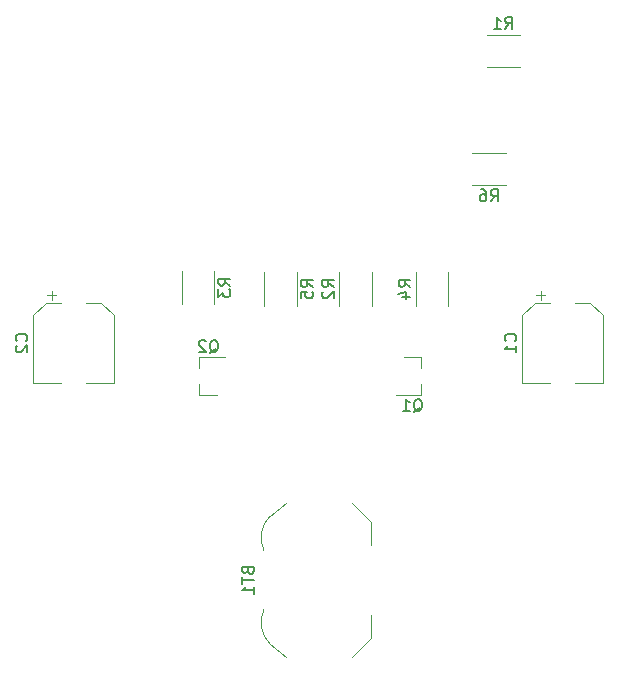
<source format=gbr>
G04 #@! TF.GenerationSoftware,KiCad,Pcbnew,(6.0.0-rc1-dev-1198-gf6cdcc1db)*
G04 #@! TF.CreationDate,2018-11-21T14:47:26-05:00*
G04 #@! TF.ProjectId,recurse-logo,72656375-7273-4652-9d6c-6f676f2e6b69,rev?*
G04 #@! TF.SameCoordinates,Original*
G04 #@! TF.FileFunction,Legend,Bot*
G04 #@! TF.FilePolarity,Positive*
%FSLAX46Y46*%
G04 Gerber Fmt 4.6, Leading zero omitted, Abs format (unit mm)*
G04 Created by KiCad (PCBNEW (6.0.0-rc1-dev-1198-gf6cdcc1db)) date Wednesday, November 21, 2018 at 02:47:26 PM*
%MOMM*%
%LPD*%
G01*
G04 APERTURE LIST*
%ADD10C,0.100000*%
%ADD11C,0.120000*%
%ADD12C,0.150000*%
G04 APERTURE END LIST*
D10*
G04 #@! TO.C,BT1*
X39597000Y-67774000D02*
X38247000Y-68924000D01*
X39597000Y-80874000D02*
X38247000Y-79724000D01*
X46847000Y-79224000D02*
X46847000Y-77324000D01*
X46847000Y-69424000D02*
X46847000Y-71324000D01*
X46847000Y-69424000D02*
X45197000Y-67774000D01*
X45197000Y-80874000D02*
X46847000Y-79224000D01*
X37750542Y-71822306D02*
G75*
G02X38247000Y-68924000I2296458J1098306D01*
G01*
X37749393Y-76828098D02*
G75*
G03X38247000Y-79724000I2297607J-1095902D01*
G01*
D11*
G04 #@! TO.C,C1*
X66431000Y-57668000D02*
X64081000Y-57668000D01*
X59611000Y-57668000D02*
X61961000Y-57668000D01*
X59611000Y-51912437D02*
X59611000Y-57668000D01*
X66431000Y-51912437D02*
X66431000Y-57668000D01*
X65366563Y-50848000D02*
X64081000Y-50848000D01*
X60675437Y-50848000D02*
X61961000Y-50848000D01*
X60675437Y-50848000D02*
X59611000Y-51912437D01*
X65366563Y-50848000D02*
X66431000Y-51912437D01*
X61173500Y-49820500D02*
X61173500Y-50608000D01*
X60779750Y-50214250D02*
X61567250Y-50214250D01*
G04 #@! TO.C,C2*
X25029000Y-57668000D02*
X22679000Y-57668000D01*
X18209000Y-57668000D02*
X20559000Y-57668000D01*
X18209000Y-51912437D02*
X18209000Y-57668000D01*
X25029000Y-51912437D02*
X25029000Y-57668000D01*
X23964563Y-50848000D02*
X22679000Y-50848000D01*
X19273437Y-50848000D02*
X20559000Y-50848000D01*
X19273437Y-50848000D02*
X18209000Y-51912437D01*
X23964563Y-50848000D02*
X25029000Y-51912437D01*
X19771500Y-49820500D02*
X19771500Y-50608000D01*
X19377750Y-50214250D02*
X20165250Y-50214250D01*
G04 #@! TO.C,Q2*
X32289000Y-58632000D02*
X32289000Y-57702000D01*
X32289000Y-55472000D02*
X32289000Y-56402000D01*
X32289000Y-55472000D02*
X34449000Y-55472000D01*
X32289000Y-58632000D02*
X33749000Y-58632000D01*
G04 #@! TO.C,Q1*
X51081000Y-55472000D02*
X49621000Y-55472000D01*
X51081000Y-58632000D02*
X48921000Y-58632000D01*
X51081000Y-58632000D02*
X51081000Y-57702000D01*
X51081000Y-55472000D02*
X51081000Y-56402000D01*
G04 #@! TO.C,R1*
X59402064Y-30860000D02*
X56597936Y-30860000D01*
X59402064Y-28140000D02*
X56597936Y-28140000D01*
G04 #@! TO.C,R2*
X44135000Y-48283936D02*
X44135000Y-51088064D01*
X46855000Y-48283936D02*
X46855000Y-51088064D01*
G04 #@! TO.C,R3*
X30800000Y-50961064D02*
X30800000Y-48156936D01*
X33520000Y-50961064D02*
X33520000Y-48156936D01*
G04 #@! TO.C,R4*
X50612000Y-48283936D02*
X50612000Y-51088064D01*
X53332000Y-48283936D02*
X53332000Y-51088064D01*
G04 #@! TO.C,R5*
X37785000Y-51088064D02*
X37785000Y-48283936D01*
X40505000Y-51088064D02*
X40505000Y-48283936D01*
G04 #@! TO.C,R6*
X55395936Y-40886000D02*
X58200064Y-40886000D01*
X55395936Y-38166000D02*
X58200064Y-38166000D01*
G04 #@! TO.C,BT1*
D12*
X36375571Y-73538285D02*
X36423190Y-73681142D01*
X36470809Y-73728761D01*
X36566047Y-73776380D01*
X36708904Y-73776380D01*
X36804142Y-73728761D01*
X36851761Y-73681142D01*
X36899380Y-73585904D01*
X36899380Y-73204952D01*
X35899380Y-73204952D01*
X35899380Y-73538285D01*
X35947000Y-73633523D01*
X35994619Y-73681142D01*
X36089857Y-73728761D01*
X36185095Y-73728761D01*
X36280333Y-73681142D01*
X36327952Y-73633523D01*
X36375571Y-73538285D01*
X36375571Y-73204952D01*
X35899380Y-74062095D02*
X35899380Y-74633523D01*
X36899380Y-74347809D02*
X35899380Y-74347809D01*
X36899380Y-75490666D02*
X36899380Y-74919238D01*
X36899380Y-75204952D02*
X35899380Y-75204952D01*
X36042238Y-75109714D01*
X36137476Y-75014476D01*
X36185095Y-74919238D01*
G04 #@! TO.C,C1*
X59028142Y-54091333D02*
X59075761Y-54043714D01*
X59123380Y-53900857D01*
X59123380Y-53805619D01*
X59075761Y-53662761D01*
X58980523Y-53567523D01*
X58885285Y-53519904D01*
X58694809Y-53472285D01*
X58551952Y-53472285D01*
X58361476Y-53519904D01*
X58266238Y-53567523D01*
X58171000Y-53662761D01*
X58123380Y-53805619D01*
X58123380Y-53900857D01*
X58171000Y-54043714D01*
X58218619Y-54091333D01*
X59123380Y-55043714D02*
X59123380Y-54472285D01*
X59123380Y-54758000D02*
X58123380Y-54758000D01*
X58266238Y-54662761D01*
X58361476Y-54567523D01*
X58409095Y-54472285D01*
G04 #@! TO.C,C2*
X17626142Y-54091333D02*
X17673761Y-54043714D01*
X17721380Y-53900857D01*
X17721380Y-53805619D01*
X17673761Y-53662761D01*
X17578523Y-53567523D01*
X17483285Y-53519904D01*
X17292809Y-53472285D01*
X17149952Y-53472285D01*
X16959476Y-53519904D01*
X16864238Y-53567523D01*
X16769000Y-53662761D01*
X16721380Y-53805619D01*
X16721380Y-53900857D01*
X16769000Y-54043714D01*
X16816619Y-54091333D01*
X16816619Y-54472285D02*
X16769000Y-54519904D01*
X16721380Y-54615142D01*
X16721380Y-54853238D01*
X16769000Y-54948476D01*
X16816619Y-54996095D01*
X16911857Y-55043714D01*
X17007095Y-55043714D01*
X17149952Y-54996095D01*
X17721380Y-54424666D01*
X17721380Y-55043714D01*
G04 #@! TO.C,Q2*
X33144238Y-55099619D02*
X33239476Y-55052000D01*
X33334714Y-54956761D01*
X33477571Y-54813904D01*
X33572809Y-54766285D01*
X33668047Y-54766285D01*
X33620428Y-55004380D02*
X33715666Y-54956761D01*
X33810904Y-54861523D01*
X33858523Y-54671047D01*
X33858523Y-54337714D01*
X33810904Y-54147238D01*
X33715666Y-54052000D01*
X33620428Y-54004380D01*
X33429952Y-54004380D01*
X33334714Y-54052000D01*
X33239476Y-54147238D01*
X33191857Y-54337714D01*
X33191857Y-54671047D01*
X33239476Y-54861523D01*
X33334714Y-54956761D01*
X33429952Y-55004380D01*
X33620428Y-55004380D01*
X32810904Y-54099619D02*
X32763285Y-54052000D01*
X32668047Y-54004380D01*
X32429952Y-54004380D01*
X32334714Y-54052000D01*
X32287095Y-54099619D01*
X32239476Y-54194857D01*
X32239476Y-54290095D01*
X32287095Y-54432952D01*
X32858523Y-55004380D01*
X32239476Y-55004380D01*
G04 #@! TO.C,Q1*
X50416238Y-60099619D02*
X50511476Y-60052000D01*
X50606714Y-59956761D01*
X50749571Y-59813904D01*
X50844809Y-59766285D01*
X50940047Y-59766285D01*
X50892428Y-60004380D02*
X50987666Y-59956761D01*
X51082904Y-59861523D01*
X51130523Y-59671047D01*
X51130523Y-59337714D01*
X51082904Y-59147238D01*
X50987666Y-59052000D01*
X50892428Y-59004380D01*
X50701952Y-59004380D01*
X50606714Y-59052000D01*
X50511476Y-59147238D01*
X50463857Y-59337714D01*
X50463857Y-59671047D01*
X50511476Y-59861523D01*
X50606714Y-59956761D01*
X50701952Y-60004380D01*
X50892428Y-60004380D01*
X49511476Y-60004380D02*
X50082904Y-60004380D01*
X49797190Y-60004380D02*
X49797190Y-59004380D01*
X49892428Y-59147238D01*
X49987666Y-59242476D01*
X50082904Y-59290095D01*
G04 #@! TO.C,R1*
X58166666Y-27672380D02*
X58500000Y-27196190D01*
X58738095Y-27672380D02*
X58738095Y-26672380D01*
X58357142Y-26672380D01*
X58261904Y-26720000D01*
X58214285Y-26767619D01*
X58166666Y-26862857D01*
X58166666Y-27005714D01*
X58214285Y-27100952D01*
X58261904Y-27148571D01*
X58357142Y-27196190D01*
X58738095Y-27196190D01*
X57214285Y-27672380D02*
X57785714Y-27672380D01*
X57500000Y-27672380D02*
X57500000Y-26672380D01*
X57595238Y-26815238D01*
X57690476Y-26910476D01*
X57785714Y-26958095D01*
G04 #@! TO.C,R2*
X43667380Y-49519333D02*
X43191190Y-49186000D01*
X43667380Y-48947904D02*
X42667380Y-48947904D01*
X42667380Y-49328857D01*
X42715000Y-49424095D01*
X42762619Y-49471714D01*
X42857857Y-49519333D01*
X43000714Y-49519333D01*
X43095952Y-49471714D01*
X43143571Y-49424095D01*
X43191190Y-49328857D01*
X43191190Y-48947904D01*
X42762619Y-49900285D02*
X42715000Y-49947904D01*
X42667380Y-50043142D01*
X42667380Y-50281238D01*
X42715000Y-50376476D01*
X42762619Y-50424095D01*
X42857857Y-50471714D01*
X42953095Y-50471714D01*
X43095952Y-50424095D01*
X43667380Y-49852666D01*
X43667380Y-50471714D01*
G04 #@! TO.C,R3*
X34892380Y-49392333D02*
X34416190Y-49059000D01*
X34892380Y-48820904D02*
X33892380Y-48820904D01*
X33892380Y-49201857D01*
X33940000Y-49297095D01*
X33987619Y-49344714D01*
X34082857Y-49392333D01*
X34225714Y-49392333D01*
X34320952Y-49344714D01*
X34368571Y-49297095D01*
X34416190Y-49201857D01*
X34416190Y-48820904D01*
X33892380Y-49725666D02*
X33892380Y-50344714D01*
X34273333Y-50011380D01*
X34273333Y-50154238D01*
X34320952Y-50249476D01*
X34368571Y-50297095D01*
X34463809Y-50344714D01*
X34701904Y-50344714D01*
X34797142Y-50297095D01*
X34844761Y-50249476D01*
X34892380Y-50154238D01*
X34892380Y-49868523D01*
X34844761Y-49773285D01*
X34797142Y-49725666D01*
G04 #@! TO.C,R4*
X50144380Y-49519333D02*
X49668190Y-49186000D01*
X50144380Y-48947904D02*
X49144380Y-48947904D01*
X49144380Y-49328857D01*
X49192000Y-49424095D01*
X49239619Y-49471714D01*
X49334857Y-49519333D01*
X49477714Y-49519333D01*
X49572952Y-49471714D01*
X49620571Y-49424095D01*
X49668190Y-49328857D01*
X49668190Y-48947904D01*
X49477714Y-50376476D02*
X50144380Y-50376476D01*
X49096761Y-50138380D02*
X49811047Y-49900285D01*
X49811047Y-50519333D01*
G04 #@! TO.C,R5*
X41877380Y-49519333D02*
X41401190Y-49186000D01*
X41877380Y-48947904D02*
X40877380Y-48947904D01*
X40877380Y-49328857D01*
X40925000Y-49424095D01*
X40972619Y-49471714D01*
X41067857Y-49519333D01*
X41210714Y-49519333D01*
X41305952Y-49471714D01*
X41353571Y-49424095D01*
X41401190Y-49328857D01*
X41401190Y-48947904D01*
X40877380Y-50424095D02*
X40877380Y-49947904D01*
X41353571Y-49900285D01*
X41305952Y-49947904D01*
X41258333Y-50043142D01*
X41258333Y-50281238D01*
X41305952Y-50376476D01*
X41353571Y-50424095D01*
X41448809Y-50471714D01*
X41686904Y-50471714D01*
X41782142Y-50424095D01*
X41829761Y-50376476D01*
X41877380Y-50281238D01*
X41877380Y-50043142D01*
X41829761Y-49947904D01*
X41782142Y-49900285D01*
G04 #@! TO.C,R6*
X56964666Y-42258380D02*
X57298000Y-41782190D01*
X57536095Y-42258380D02*
X57536095Y-41258380D01*
X57155142Y-41258380D01*
X57059904Y-41306000D01*
X57012285Y-41353619D01*
X56964666Y-41448857D01*
X56964666Y-41591714D01*
X57012285Y-41686952D01*
X57059904Y-41734571D01*
X57155142Y-41782190D01*
X57536095Y-41782190D01*
X56107523Y-41258380D02*
X56298000Y-41258380D01*
X56393238Y-41306000D01*
X56440857Y-41353619D01*
X56536095Y-41496476D01*
X56583714Y-41686952D01*
X56583714Y-42067904D01*
X56536095Y-42163142D01*
X56488476Y-42210761D01*
X56393238Y-42258380D01*
X56202761Y-42258380D01*
X56107523Y-42210761D01*
X56059904Y-42163142D01*
X56012285Y-42067904D01*
X56012285Y-41829809D01*
X56059904Y-41734571D01*
X56107523Y-41686952D01*
X56202761Y-41639333D01*
X56393238Y-41639333D01*
X56488476Y-41686952D01*
X56536095Y-41734571D01*
X56583714Y-41829809D01*
G04 #@! TD*
M02*

</source>
